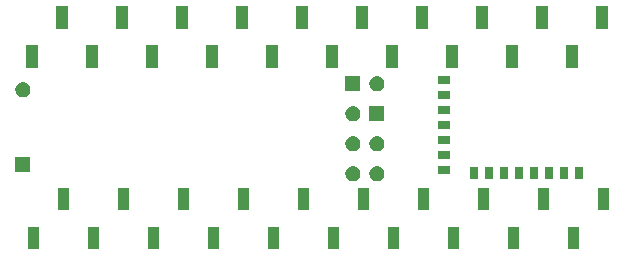
<source format=gbs>
G04 #@! TF.GenerationSoftware,KiCad,Pcbnew,(5.1.5-0-10_14)*
G04 #@! TF.CreationDate,2020-11-04T07:04:41-07:00*
G04 #@! TF.ProjectId,NumDisciplineBLE,4e756d44-6973-4636-9970-6c696e65424c,rev?*
G04 #@! TF.SameCoordinates,Original*
G04 #@! TF.FileFunction,Soldermask,Bot*
G04 #@! TF.FilePolarity,Negative*
%FSLAX46Y46*%
G04 Gerber Fmt 4.6, Leading zero omitted, Abs format (unit mm)*
G04 Created by KiCad (PCBNEW (5.1.5-0-10_14)) date 2020-11-04 07:04:41*
%MOMM*%
%LPD*%
G04 APERTURE LIST*
%ADD10C,0.100000*%
G04 APERTURE END LIST*
D10*
G36*
X141597000Y-49082000D02*
G01*
X140597000Y-49082000D01*
X140597000Y-47182000D01*
X141597000Y-47182000D01*
X141597000Y-49082000D01*
G37*
G36*
X136517000Y-49082000D02*
G01*
X135517000Y-49082000D01*
X135517000Y-47182000D01*
X136517000Y-47182000D01*
X136517000Y-49082000D01*
G37*
G36*
X131437000Y-49082000D02*
G01*
X130437000Y-49082000D01*
X130437000Y-47182000D01*
X131437000Y-47182000D01*
X131437000Y-49082000D01*
G37*
G36*
X126357000Y-49082000D02*
G01*
X125357000Y-49082000D01*
X125357000Y-47182000D01*
X126357000Y-47182000D01*
X126357000Y-49082000D01*
G37*
G36*
X121277000Y-49082000D02*
G01*
X120277000Y-49082000D01*
X120277000Y-47182000D01*
X121277000Y-47182000D01*
X121277000Y-49082000D01*
G37*
G36*
X116197000Y-49082000D02*
G01*
X115197000Y-49082000D01*
X115197000Y-47182000D01*
X116197000Y-47182000D01*
X116197000Y-49082000D01*
G37*
G36*
X111117000Y-49082000D02*
G01*
X110117000Y-49082000D01*
X110117000Y-47182000D01*
X111117000Y-47182000D01*
X111117000Y-49082000D01*
G37*
G36*
X106037000Y-49082000D02*
G01*
X105037000Y-49082000D01*
X105037000Y-47182000D01*
X106037000Y-47182000D01*
X106037000Y-49082000D01*
G37*
G36*
X100957000Y-49082000D02*
G01*
X99957000Y-49082000D01*
X99957000Y-47182000D01*
X100957000Y-47182000D01*
X100957000Y-49082000D01*
G37*
G36*
X95877000Y-49082000D02*
G01*
X94877000Y-49082000D01*
X94877000Y-47182000D01*
X95877000Y-47182000D01*
X95877000Y-49082000D01*
G37*
G36*
X144137000Y-45782000D02*
G01*
X143137000Y-45782000D01*
X143137000Y-43882000D01*
X144137000Y-43882000D01*
X144137000Y-45782000D01*
G37*
G36*
X98417000Y-45782000D02*
G01*
X97417000Y-45782000D01*
X97417000Y-43882000D01*
X98417000Y-43882000D01*
X98417000Y-45782000D01*
G37*
G36*
X103497000Y-45782000D02*
G01*
X102497000Y-45782000D01*
X102497000Y-43882000D01*
X103497000Y-43882000D01*
X103497000Y-45782000D01*
G37*
G36*
X108577000Y-45782000D02*
G01*
X107577000Y-45782000D01*
X107577000Y-43882000D01*
X108577000Y-43882000D01*
X108577000Y-45782000D01*
G37*
G36*
X113657000Y-45782000D02*
G01*
X112657000Y-45782000D01*
X112657000Y-43882000D01*
X113657000Y-43882000D01*
X113657000Y-45782000D01*
G37*
G36*
X118737000Y-45782000D02*
G01*
X117737000Y-45782000D01*
X117737000Y-43882000D01*
X118737000Y-43882000D01*
X118737000Y-45782000D01*
G37*
G36*
X123817000Y-45782000D02*
G01*
X122817000Y-45782000D01*
X122817000Y-43882000D01*
X123817000Y-43882000D01*
X123817000Y-45782000D01*
G37*
G36*
X128897000Y-45782000D02*
G01*
X127897000Y-45782000D01*
X127897000Y-43882000D01*
X128897000Y-43882000D01*
X128897000Y-45782000D01*
G37*
G36*
X133977000Y-45782000D02*
G01*
X132977000Y-45782000D01*
X132977000Y-43882000D01*
X133977000Y-43882000D01*
X133977000Y-45782000D01*
G37*
G36*
X139057000Y-45782000D02*
G01*
X138057000Y-45782000D01*
X138057000Y-43882000D01*
X139057000Y-43882000D01*
X139057000Y-45782000D01*
G37*
G36*
X122613223Y-42061403D02*
G01*
X122671004Y-42085337D01*
X122728786Y-42109271D01*
X122832786Y-42178761D01*
X122921239Y-42267214D01*
X122990729Y-42371214D01*
X123038597Y-42486778D01*
X123063000Y-42609459D01*
X123063000Y-42734541D01*
X123038597Y-42857222D01*
X122990729Y-42972786D01*
X122921239Y-43076786D01*
X122832786Y-43165239D01*
X122728786Y-43234729D01*
X122671004Y-43258663D01*
X122613223Y-43282597D01*
X122490542Y-43307000D01*
X122365458Y-43307000D01*
X122242777Y-43282597D01*
X122184996Y-43258663D01*
X122127214Y-43234729D01*
X122023214Y-43165239D01*
X121934761Y-43076786D01*
X121865271Y-42972786D01*
X121817403Y-42857222D01*
X121793000Y-42734541D01*
X121793000Y-42609459D01*
X121817403Y-42486778D01*
X121865271Y-42371214D01*
X121934761Y-42267214D01*
X122023214Y-42178761D01*
X122127214Y-42109271D01*
X122184996Y-42085337D01*
X122242777Y-42061403D01*
X122365458Y-42037000D01*
X122490542Y-42037000D01*
X122613223Y-42061403D01*
G37*
G36*
X124645223Y-42061403D02*
G01*
X124703004Y-42085337D01*
X124760786Y-42109271D01*
X124864786Y-42178761D01*
X124953239Y-42267214D01*
X125022729Y-42371214D01*
X125070597Y-42486778D01*
X125095000Y-42609459D01*
X125095000Y-42734541D01*
X125070597Y-42857222D01*
X125022729Y-42972786D01*
X124953239Y-43076786D01*
X124864786Y-43165239D01*
X124760786Y-43234729D01*
X124703004Y-43258663D01*
X124645223Y-43282597D01*
X124522542Y-43307000D01*
X124397458Y-43307000D01*
X124274777Y-43282597D01*
X124216996Y-43258663D01*
X124159214Y-43234729D01*
X124055214Y-43165239D01*
X123966761Y-43076786D01*
X123897271Y-42972786D01*
X123849403Y-42857222D01*
X123825000Y-42734541D01*
X123825000Y-42609459D01*
X123849403Y-42486778D01*
X123897271Y-42371214D01*
X123966761Y-42267214D01*
X124055214Y-42178761D01*
X124159214Y-42109271D01*
X124216996Y-42085337D01*
X124274777Y-42061403D01*
X124397458Y-42037000D01*
X124522542Y-42037000D01*
X124645223Y-42061403D01*
G37*
G36*
X132973000Y-43149000D02*
G01*
X132323000Y-43149000D01*
X132323000Y-42149000D01*
X132973000Y-42149000D01*
X132973000Y-43149000D01*
G37*
G36*
X134243000Y-43149000D02*
G01*
X133593000Y-43149000D01*
X133593000Y-42149000D01*
X134243000Y-42149000D01*
X134243000Y-43149000D01*
G37*
G36*
X135513000Y-43149000D02*
G01*
X134863000Y-43149000D01*
X134863000Y-42149000D01*
X135513000Y-42149000D01*
X135513000Y-43149000D01*
G37*
G36*
X136783000Y-43149000D02*
G01*
X136133000Y-43149000D01*
X136133000Y-42149000D01*
X136783000Y-42149000D01*
X136783000Y-43149000D01*
G37*
G36*
X138053000Y-43149000D02*
G01*
X137403000Y-43149000D01*
X137403000Y-42149000D01*
X138053000Y-42149000D01*
X138053000Y-43149000D01*
G37*
G36*
X139323000Y-43149000D02*
G01*
X138673000Y-43149000D01*
X138673000Y-42149000D01*
X139323000Y-42149000D01*
X139323000Y-43149000D01*
G37*
G36*
X140593000Y-43149000D02*
G01*
X139943000Y-43149000D01*
X139943000Y-42149000D01*
X140593000Y-42149000D01*
X140593000Y-43149000D01*
G37*
G36*
X141863000Y-43149000D02*
G01*
X141213000Y-43149000D01*
X141213000Y-42149000D01*
X141863000Y-42149000D01*
X141863000Y-43149000D01*
G37*
G36*
X130608000Y-42720000D02*
G01*
X129608000Y-42720000D01*
X129608000Y-42070000D01*
X130608000Y-42070000D01*
X130608000Y-42720000D01*
G37*
G36*
X95123000Y-42545000D02*
G01*
X93853000Y-42545000D01*
X93853000Y-41275000D01*
X95123000Y-41275000D01*
X95123000Y-42545000D01*
G37*
G36*
X130608000Y-41450000D02*
G01*
X129608000Y-41450000D01*
X129608000Y-40800000D01*
X130608000Y-40800000D01*
X130608000Y-41450000D01*
G37*
G36*
X124645223Y-39521403D02*
G01*
X124703004Y-39545337D01*
X124760786Y-39569271D01*
X124864786Y-39638761D01*
X124953239Y-39727214D01*
X125022729Y-39831214D01*
X125070597Y-39946778D01*
X125095000Y-40069459D01*
X125095000Y-40194541D01*
X125070597Y-40317222D01*
X125022729Y-40432786D01*
X124953239Y-40536786D01*
X124864786Y-40625239D01*
X124760786Y-40694729D01*
X124703004Y-40718663D01*
X124645223Y-40742597D01*
X124522542Y-40767000D01*
X124397458Y-40767000D01*
X124274777Y-40742597D01*
X124216996Y-40718663D01*
X124159214Y-40694729D01*
X124055214Y-40625239D01*
X123966761Y-40536786D01*
X123897271Y-40432786D01*
X123849403Y-40317222D01*
X123825000Y-40194541D01*
X123825000Y-40069459D01*
X123849403Y-39946778D01*
X123897271Y-39831214D01*
X123966761Y-39727214D01*
X124055214Y-39638761D01*
X124159214Y-39569271D01*
X124216996Y-39545337D01*
X124274777Y-39521403D01*
X124397458Y-39497000D01*
X124522542Y-39497000D01*
X124645223Y-39521403D01*
G37*
G36*
X122613223Y-39521403D02*
G01*
X122671004Y-39545337D01*
X122728786Y-39569271D01*
X122832786Y-39638761D01*
X122921239Y-39727214D01*
X122990729Y-39831214D01*
X123038597Y-39946778D01*
X123063000Y-40069459D01*
X123063000Y-40194541D01*
X123038597Y-40317222D01*
X122990729Y-40432786D01*
X122921239Y-40536786D01*
X122832786Y-40625239D01*
X122728786Y-40694729D01*
X122671004Y-40718663D01*
X122613223Y-40742597D01*
X122490542Y-40767000D01*
X122365458Y-40767000D01*
X122242777Y-40742597D01*
X122184996Y-40718663D01*
X122127214Y-40694729D01*
X122023214Y-40625239D01*
X121934761Y-40536786D01*
X121865271Y-40432786D01*
X121817403Y-40317222D01*
X121793000Y-40194541D01*
X121793000Y-40069459D01*
X121817403Y-39946778D01*
X121865271Y-39831214D01*
X121934761Y-39727214D01*
X122023214Y-39638761D01*
X122127214Y-39569271D01*
X122184996Y-39545337D01*
X122242777Y-39521403D01*
X122365458Y-39497000D01*
X122490542Y-39497000D01*
X122613223Y-39521403D01*
G37*
G36*
X130608000Y-40180000D02*
G01*
X129608000Y-40180000D01*
X129608000Y-39530000D01*
X130608000Y-39530000D01*
X130608000Y-40180000D01*
G37*
G36*
X130608000Y-38910000D02*
G01*
X129608000Y-38910000D01*
X129608000Y-38260000D01*
X130608000Y-38260000D01*
X130608000Y-38910000D01*
G37*
G36*
X122613223Y-36981403D02*
G01*
X122671004Y-37005337D01*
X122728786Y-37029271D01*
X122832786Y-37098761D01*
X122921239Y-37187214D01*
X122990729Y-37291214D01*
X123038597Y-37406778D01*
X123063000Y-37529459D01*
X123063000Y-37654541D01*
X123038597Y-37777222D01*
X122990729Y-37892786D01*
X122921239Y-37996786D01*
X122832786Y-38085239D01*
X122728786Y-38154729D01*
X122671004Y-38178663D01*
X122613223Y-38202597D01*
X122490542Y-38227000D01*
X122365458Y-38227000D01*
X122242777Y-38202597D01*
X122184996Y-38178663D01*
X122127214Y-38154729D01*
X122023214Y-38085239D01*
X121934761Y-37996786D01*
X121865271Y-37892786D01*
X121817403Y-37777222D01*
X121793000Y-37654541D01*
X121793000Y-37529459D01*
X121817403Y-37406778D01*
X121865271Y-37291214D01*
X121934761Y-37187214D01*
X122023214Y-37098761D01*
X122127214Y-37029271D01*
X122184996Y-37005337D01*
X122242777Y-36981403D01*
X122365458Y-36957000D01*
X122490542Y-36957000D01*
X122613223Y-36981403D01*
G37*
G36*
X125095000Y-38227000D02*
G01*
X123825000Y-38227000D01*
X123825000Y-36957000D01*
X125095000Y-36957000D01*
X125095000Y-38227000D01*
G37*
G36*
X130608000Y-37640000D02*
G01*
X129608000Y-37640000D01*
X129608000Y-36990000D01*
X130608000Y-36990000D01*
X130608000Y-37640000D01*
G37*
G36*
X130608000Y-36370000D02*
G01*
X129608000Y-36370000D01*
X129608000Y-35720000D01*
X130608000Y-35720000D01*
X130608000Y-36370000D01*
G37*
G36*
X94673223Y-34949403D02*
G01*
X94731004Y-34973337D01*
X94788786Y-34997271D01*
X94892786Y-35066761D01*
X94981239Y-35155214D01*
X95050729Y-35259214D01*
X95098597Y-35374778D01*
X95123000Y-35497459D01*
X95123000Y-35622541D01*
X95098597Y-35745222D01*
X95050729Y-35860786D01*
X94981239Y-35964786D01*
X94892786Y-36053239D01*
X94788786Y-36122729D01*
X94731004Y-36146663D01*
X94673223Y-36170597D01*
X94550542Y-36195000D01*
X94425458Y-36195000D01*
X94302777Y-36170597D01*
X94244996Y-36146663D01*
X94187214Y-36122729D01*
X94083214Y-36053239D01*
X93994761Y-35964786D01*
X93925271Y-35860786D01*
X93877403Y-35745222D01*
X93853000Y-35622541D01*
X93853000Y-35497459D01*
X93877403Y-35374778D01*
X93925271Y-35259214D01*
X93994761Y-35155214D01*
X94083214Y-35066761D01*
X94187214Y-34997271D01*
X94244996Y-34973337D01*
X94302777Y-34949403D01*
X94425458Y-34925000D01*
X94550542Y-34925000D01*
X94673223Y-34949403D01*
G37*
G36*
X124645223Y-34441403D02*
G01*
X124703004Y-34465337D01*
X124760786Y-34489271D01*
X124864786Y-34558761D01*
X124953239Y-34647214D01*
X125022729Y-34751214D01*
X125070597Y-34866778D01*
X125095000Y-34989459D01*
X125095000Y-35114541D01*
X125070597Y-35237222D01*
X125022729Y-35352786D01*
X124953239Y-35456786D01*
X124864786Y-35545239D01*
X124760786Y-35614729D01*
X124703004Y-35638663D01*
X124645223Y-35662597D01*
X124522542Y-35687000D01*
X124397458Y-35687000D01*
X124274777Y-35662597D01*
X124216996Y-35638663D01*
X124159214Y-35614729D01*
X124055214Y-35545239D01*
X123966761Y-35456786D01*
X123897271Y-35352786D01*
X123849403Y-35237222D01*
X123825000Y-35114541D01*
X123825000Y-34989459D01*
X123849403Y-34866778D01*
X123897271Y-34751214D01*
X123966761Y-34647214D01*
X124055214Y-34558761D01*
X124159214Y-34489271D01*
X124216996Y-34465337D01*
X124274777Y-34441403D01*
X124397458Y-34417000D01*
X124522542Y-34417000D01*
X124645223Y-34441403D01*
G37*
G36*
X123063000Y-35687000D02*
G01*
X121793000Y-35687000D01*
X121793000Y-34417000D01*
X123063000Y-34417000D01*
X123063000Y-35687000D01*
G37*
G36*
X130608000Y-35100000D02*
G01*
X129608000Y-35100000D01*
X129608000Y-34450000D01*
X130608000Y-34450000D01*
X130608000Y-35100000D01*
G37*
G36*
X141470000Y-33715000D02*
G01*
X140470000Y-33715000D01*
X140470000Y-31815000D01*
X141470000Y-31815000D01*
X141470000Y-33715000D01*
G37*
G36*
X136390000Y-33715000D02*
G01*
X135390000Y-33715000D01*
X135390000Y-31815000D01*
X136390000Y-31815000D01*
X136390000Y-33715000D01*
G37*
G36*
X131310000Y-33715000D02*
G01*
X130310000Y-33715000D01*
X130310000Y-31815000D01*
X131310000Y-31815000D01*
X131310000Y-33715000D01*
G37*
G36*
X126230000Y-33715000D02*
G01*
X125230000Y-33715000D01*
X125230000Y-31815000D01*
X126230000Y-31815000D01*
X126230000Y-33715000D01*
G37*
G36*
X121150000Y-33715000D02*
G01*
X120150000Y-33715000D01*
X120150000Y-31815000D01*
X121150000Y-31815000D01*
X121150000Y-33715000D01*
G37*
G36*
X116070000Y-33715000D02*
G01*
X115070000Y-33715000D01*
X115070000Y-31815000D01*
X116070000Y-31815000D01*
X116070000Y-33715000D01*
G37*
G36*
X110990000Y-33715000D02*
G01*
X109990000Y-33715000D01*
X109990000Y-31815000D01*
X110990000Y-31815000D01*
X110990000Y-33715000D01*
G37*
G36*
X105910000Y-33715000D02*
G01*
X104910000Y-33715000D01*
X104910000Y-31815000D01*
X105910000Y-31815000D01*
X105910000Y-33715000D01*
G37*
G36*
X100830000Y-33715000D02*
G01*
X99830000Y-33715000D01*
X99830000Y-31815000D01*
X100830000Y-31815000D01*
X100830000Y-33715000D01*
G37*
G36*
X95750000Y-33715000D02*
G01*
X94750000Y-33715000D01*
X94750000Y-31815000D01*
X95750000Y-31815000D01*
X95750000Y-33715000D01*
G37*
G36*
X98290000Y-30415000D02*
G01*
X97290000Y-30415000D01*
X97290000Y-28515000D01*
X98290000Y-28515000D01*
X98290000Y-30415000D01*
G37*
G36*
X103370000Y-30415000D02*
G01*
X102370000Y-30415000D01*
X102370000Y-28515000D01*
X103370000Y-28515000D01*
X103370000Y-30415000D01*
G37*
G36*
X108450000Y-30415000D02*
G01*
X107450000Y-30415000D01*
X107450000Y-28515000D01*
X108450000Y-28515000D01*
X108450000Y-30415000D01*
G37*
G36*
X113530000Y-30415000D02*
G01*
X112530000Y-30415000D01*
X112530000Y-28515000D01*
X113530000Y-28515000D01*
X113530000Y-30415000D01*
G37*
G36*
X118610000Y-30415000D02*
G01*
X117610000Y-30415000D01*
X117610000Y-28515000D01*
X118610000Y-28515000D01*
X118610000Y-30415000D01*
G37*
G36*
X123690000Y-30415000D02*
G01*
X122690000Y-30415000D01*
X122690000Y-28515000D01*
X123690000Y-28515000D01*
X123690000Y-30415000D01*
G37*
G36*
X128770000Y-30415000D02*
G01*
X127770000Y-30415000D01*
X127770000Y-28515000D01*
X128770000Y-28515000D01*
X128770000Y-30415000D01*
G37*
G36*
X133850000Y-30415000D02*
G01*
X132850000Y-30415000D01*
X132850000Y-28515000D01*
X133850000Y-28515000D01*
X133850000Y-30415000D01*
G37*
G36*
X138930000Y-30415000D02*
G01*
X137930000Y-30415000D01*
X137930000Y-28515000D01*
X138930000Y-28515000D01*
X138930000Y-30415000D01*
G37*
G36*
X144010000Y-30415000D02*
G01*
X143010000Y-30415000D01*
X143010000Y-28515000D01*
X144010000Y-28515000D01*
X144010000Y-30415000D01*
G37*
M02*

</source>
